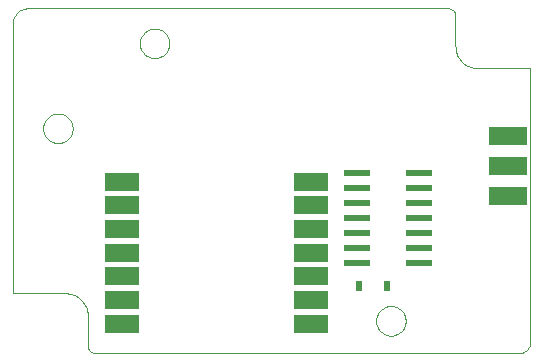
<source format=gbp>
G75*
%MOIN*%
%OFA0B0*%
%FSLAX24Y24*%
%IPPOS*%
%LPD*%
%AMOC8*
5,1,8,0,0,1.08239X$1,22.5*
%
%ADD10C,0.0000*%
%ADD11R,0.0870X0.0240*%
%ADD12R,0.1181X0.0591*%
%ADD13R,0.0248X0.0327*%
%ADD14R,0.1300X0.0600*%
D10*
X002650Y001400D02*
X002648Y001454D01*
X002642Y001507D01*
X002633Y001559D01*
X002620Y001611D01*
X002603Y001662D01*
X002582Y001712D01*
X002558Y001759D01*
X002531Y001805D01*
X002500Y001849D01*
X002467Y001891D01*
X002430Y001930D01*
X002391Y001967D01*
X002349Y002000D01*
X002305Y002031D01*
X002259Y002058D01*
X002212Y002082D01*
X002162Y002103D01*
X002111Y002120D01*
X002059Y002133D01*
X002007Y002142D01*
X001954Y002148D01*
X001900Y002150D01*
X000150Y002150D01*
X000150Y011256D01*
X000150Y011150D02*
X000152Y011194D01*
X000158Y011237D01*
X000167Y011279D01*
X000180Y011321D01*
X000197Y011361D01*
X000217Y011400D01*
X000240Y011437D01*
X000267Y011471D01*
X000296Y011504D01*
X000329Y011533D01*
X000363Y011560D01*
X000400Y011583D01*
X000439Y011603D01*
X000479Y011620D01*
X000521Y011633D01*
X000563Y011642D01*
X000606Y011648D01*
X000650Y011650D01*
X014650Y011650D01*
X014680Y011648D01*
X014710Y011643D01*
X014739Y011634D01*
X014766Y011621D01*
X014792Y011606D01*
X014816Y011587D01*
X014837Y011566D01*
X014856Y011542D01*
X014871Y011516D01*
X014884Y011489D01*
X014893Y011460D01*
X014898Y011430D01*
X014900Y011400D01*
X014900Y010400D01*
X014902Y010346D01*
X014908Y010293D01*
X014917Y010241D01*
X014930Y010189D01*
X014947Y010138D01*
X014968Y010088D01*
X014992Y010041D01*
X015019Y009995D01*
X015050Y009951D01*
X015083Y009909D01*
X015120Y009870D01*
X015159Y009833D01*
X015201Y009800D01*
X015245Y009769D01*
X015291Y009742D01*
X015338Y009718D01*
X015388Y009697D01*
X015439Y009680D01*
X015491Y009667D01*
X015543Y009658D01*
X015596Y009652D01*
X015650Y009650D01*
X017400Y009650D01*
X017400Y000544D01*
X017398Y000505D01*
X017392Y000467D01*
X017383Y000430D01*
X017370Y000393D01*
X017353Y000358D01*
X017334Y000325D01*
X017311Y000294D01*
X017285Y000265D01*
X017256Y000239D01*
X017225Y000216D01*
X017192Y000197D01*
X017157Y000180D01*
X017120Y000167D01*
X017083Y000158D01*
X017045Y000152D01*
X017006Y000150D01*
X017150Y000150D02*
X002900Y000150D01*
X002870Y000152D01*
X002840Y000157D01*
X002811Y000166D01*
X002784Y000179D01*
X002758Y000194D01*
X002734Y000213D01*
X002713Y000234D01*
X002694Y000258D01*
X002679Y000284D01*
X002666Y000311D01*
X002657Y000340D01*
X002652Y000370D01*
X002650Y000400D01*
X002650Y001400D01*
X001158Y007650D02*
X001160Y007694D01*
X001166Y007738D01*
X001176Y007781D01*
X001189Y007823D01*
X001207Y007863D01*
X001228Y007902D01*
X001252Y007939D01*
X001279Y007974D01*
X001310Y008006D01*
X001343Y008035D01*
X001379Y008061D01*
X001417Y008083D01*
X001457Y008102D01*
X001498Y008118D01*
X001541Y008130D01*
X001584Y008138D01*
X001628Y008142D01*
X001672Y008142D01*
X001716Y008138D01*
X001759Y008130D01*
X001802Y008118D01*
X001843Y008102D01*
X001883Y008083D01*
X001921Y008061D01*
X001957Y008035D01*
X001990Y008006D01*
X002021Y007974D01*
X002048Y007939D01*
X002072Y007902D01*
X002093Y007863D01*
X002111Y007823D01*
X002124Y007781D01*
X002134Y007738D01*
X002140Y007694D01*
X002142Y007650D01*
X002140Y007606D01*
X002134Y007562D01*
X002124Y007519D01*
X002111Y007477D01*
X002093Y007437D01*
X002072Y007398D01*
X002048Y007361D01*
X002021Y007326D01*
X001990Y007294D01*
X001957Y007265D01*
X001921Y007239D01*
X001883Y007217D01*
X001843Y007198D01*
X001802Y007182D01*
X001759Y007170D01*
X001716Y007162D01*
X001672Y007158D01*
X001628Y007158D01*
X001584Y007162D01*
X001541Y007170D01*
X001498Y007182D01*
X001457Y007198D01*
X001417Y007217D01*
X001379Y007239D01*
X001343Y007265D01*
X001310Y007294D01*
X001279Y007326D01*
X001252Y007361D01*
X001228Y007398D01*
X001207Y007437D01*
X001189Y007477D01*
X001176Y007519D01*
X001166Y007562D01*
X001160Y007606D01*
X001158Y007650D01*
X004382Y010485D02*
X004384Y010529D01*
X004390Y010573D01*
X004400Y010616D01*
X004413Y010658D01*
X004431Y010698D01*
X004452Y010737D01*
X004476Y010774D01*
X004503Y010809D01*
X004534Y010841D01*
X004567Y010870D01*
X004603Y010896D01*
X004641Y010918D01*
X004681Y010937D01*
X004722Y010953D01*
X004765Y010965D01*
X004808Y010973D01*
X004852Y010977D01*
X004896Y010977D01*
X004940Y010973D01*
X004983Y010965D01*
X005026Y010953D01*
X005067Y010937D01*
X005107Y010918D01*
X005145Y010896D01*
X005181Y010870D01*
X005214Y010841D01*
X005245Y010809D01*
X005272Y010774D01*
X005296Y010737D01*
X005317Y010698D01*
X005335Y010658D01*
X005348Y010616D01*
X005358Y010573D01*
X005364Y010529D01*
X005366Y010485D01*
X005364Y010441D01*
X005358Y010397D01*
X005348Y010354D01*
X005335Y010312D01*
X005317Y010272D01*
X005296Y010233D01*
X005272Y010196D01*
X005245Y010161D01*
X005214Y010129D01*
X005181Y010100D01*
X005145Y010074D01*
X005107Y010052D01*
X005067Y010033D01*
X005026Y010017D01*
X004983Y010005D01*
X004940Y009997D01*
X004896Y009993D01*
X004852Y009993D01*
X004808Y009997D01*
X004765Y010005D01*
X004722Y010017D01*
X004681Y010033D01*
X004641Y010052D01*
X004603Y010074D01*
X004567Y010100D01*
X004534Y010129D01*
X004503Y010161D01*
X004476Y010196D01*
X004452Y010233D01*
X004431Y010272D01*
X004413Y010312D01*
X004400Y010354D01*
X004390Y010397D01*
X004384Y010441D01*
X004382Y010485D01*
X012256Y001233D02*
X012258Y001277D01*
X012264Y001321D01*
X012274Y001364D01*
X012287Y001406D01*
X012305Y001446D01*
X012326Y001485D01*
X012350Y001522D01*
X012377Y001557D01*
X012408Y001589D01*
X012441Y001618D01*
X012477Y001644D01*
X012515Y001666D01*
X012555Y001685D01*
X012596Y001701D01*
X012639Y001713D01*
X012682Y001721D01*
X012726Y001725D01*
X012770Y001725D01*
X012814Y001721D01*
X012857Y001713D01*
X012900Y001701D01*
X012941Y001685D01*
X012981Y001666D01*
X013019Y001644D01*
X013055Y001618D01*
X013088Y001589D01*
X013119Y001557D01*
X013146Y001522D01*
X013170Y001485D01*
X013191Y001446D01*
X013209Y001406D01*
X013222Y001364D01*
X013232Y001321D01*
X013238Y001277D01*
X013240Y001233D01*
X013238Y001189D01*
X013232Y001145D01*
X013222Y001102D01*
X013209Y001060D01*
X013191Y001020D01*
X013170Y000981D01*
X013146Y000944D01*
X013119Y000909D01*
X013088Y000877D01*
X013055Y000848D01*
X013019Y000822D01*
X012981Y000800D01*
X012941Y000781D01*
X012900Y000765D01*
X012857Y000753D01*
X012814Y000745D01*
X012770Y000741D01*
X012726Y000741D01*
X012682Y000745D01*
X012639Y000753D01*
X012596Y000765D01*
X012555Y000781D01*
X012515Y000800D01*
X012477Y000822D01*
X012441Y000848D01*
X012408Y000877D01*
X012377Y000909D01*
X012350Y000944D01*
X012326Y000981D01*
X012305Y001020D01*
X012287Y001060D01*
X012274Y001102D01*
X012264Y001145D01*
X012258Y001189D01*
X012256Y001233D01*
D11*
X011625Y003150D03*
X011625Y003650D03*
X011625Y004150D03*
X011625Y004650D03*
X011625Y005150D03*
X011625Y005650D03*
X011625Y006150D03*
X013675Y006150D03*
X013675Y005650D03*
X013675Y005150D03*
X013675Y004650D03*
X013675Y004150D03*
X013675Y003650D03*
X013675Y003150D03*
D12*
X010087Y003506D03*
X010087Y002719D03*
X010087Y001931D03*
X010087Y001144D03*
X010087Y004294D03*
X010087Y005081D03*
X010087Y005869D03*
X003788Y005869D03*
X003788Y005081D03*
X003788Y004294D03*
X003788Y003506D03*
X003788Y002719D03*
X003788Y001931D03*
X003788Y001144D03*
D13*
X011697Y002400D03*
X012603Y002400D03*
D14*
X016650Y005400D03*
X016650Y006400D03*
X016650Y007400D03*
M02*

</source>
